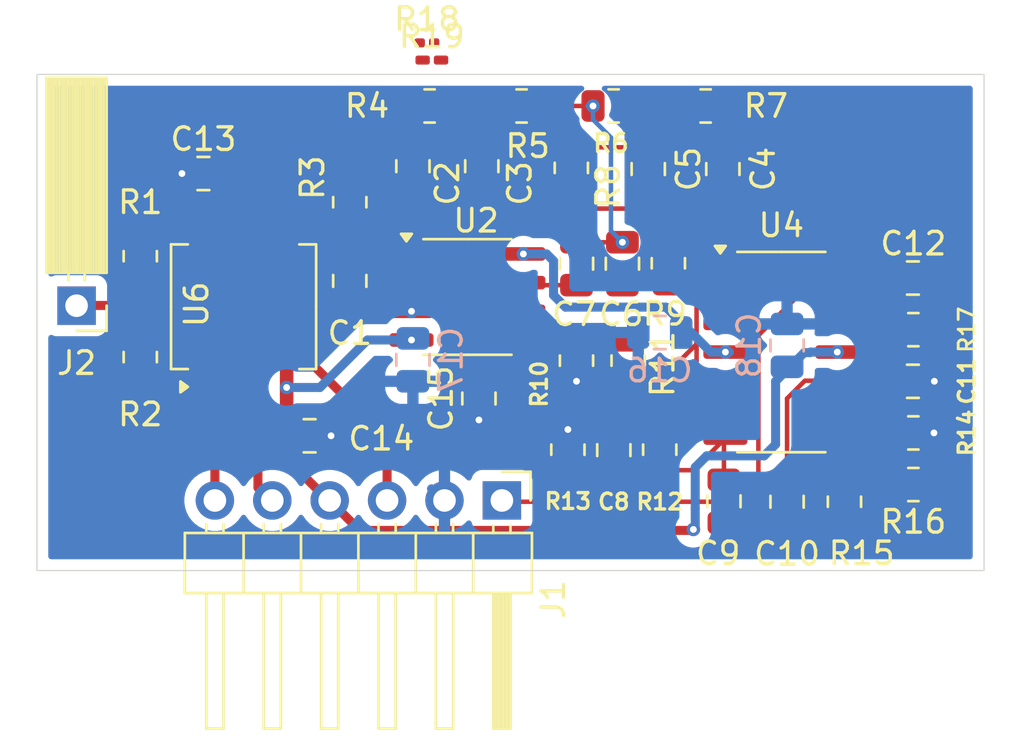
<source format=kicad_pcb>
(kicad_pcb (version 20241229) (generator "pcbnew") (generator_version "9.0")
  (layers (0 "F.Cu" signal) (2 "B.Cu" signal) (13 "F.Paste" user) (15 "B.Paste" user) (5 "F.SilkS" user "F.Silkscreen") (7 "B.SilkS" user "B.Silkscreen") (1 "F.Mask" user) (3 "B.Mask" user) (25 "Edge.Cuts" user))
  (net 0 "")
  (net 1 "Net-(U2A--)")
  (net 2 "Net-(C2-Pad1)")
  (net 3 "/AC_COUPLER_OUT")
  (net 4 "Net-(C6-Pad2)")
  (net 5 "/INA_OUT")
  (net 6 "Net-(C10-Pad1)")
  (net 7 "Net-(U4B--)")
  (net 8 "Net-(U4C-+)")
  (net 9 "Net-(U4D-+)")
  (net 10 "/E_OUT")
  (net 11 "Net-(C12-Pad2)")
  (net 12 "/CM")
  (net 13 "Net-(R2-Pad2)")
  (net 14 "Net-(U2B-+)")
  (net 15 "AGND")
  (net 16 "/50Hz_first_branch")
  (net 17 "/50Hz_second_branch")
  (net 18 "AVDD")
  (net 19 "AVSS")
  (net 20 "/Main_Out")
  (net 21 "/E+")
  (net 22 "/E-")
  (net 23 "/50Hz_Out")
  (net 24 "/HP_Out")
  (net 25 "Net-(R1-Pad2)")
  (net 26 "Net-(R4-Pad1)")
  (net 27 "Net-(R6-Pad1)")
  (net 28 "Net-(R8-Pad2)")
  (footprint "Resistor_SMD:R_0805_2012Metric" (layer "F.Cu") (at 105.537 94.234 180)
    (property "Reference" "R7" (at -2.667 0 0) (layer "F.SilkS"))
    (property "Value" "350")
    (pad "1" smd roundrect (at -0.9125 0 180) (size 1.025 1.4) (layers "F.Cu" "F.Mask" "F.Paste") (roundrect_rratio 0.243902) (net 16 "/50Hz_first_branch"))
    (pad "2" smd roundrect (at 0.9125 0 180) (size 1.025 1.4) (layers "F.Cu" "F.Mask" "F.Paste") (roundrect_rratio 0.243902) (net 27 "Net-(R6-Pad1)"))
  )
  (footprint "Capacitor_SMD:C_0805_2012Metric" (layer "F.Cu") (at 106.346 111.74 -90)
    (property "Reference" "C9" (at 2.306 0.254 180) (layer "F.SilkS"))
    (property "Value" "100n")
    (pad "1" smd roundrect (at -0.95 0 270) (size 1 1.45) (layers "F.Cu" "F.Mask" "F.Paste") (net 20 "/Main_Out"))
    (pad "2" smd roundrect (at 0.95 0 270) (size 1 1.45) (layers "F.Cu" "F.Mask" "F.Paste") (net 6 "Net-(C10-Pad1)"))
  )
  (footprint "Capacitor_SMD:C_0805_2012Metric" (layer "F.Cu") (at 95.504 107.188 90)
    (property "Reference" "C15" (at 0 -1.68 90) (layer "F.SilkS"))
    (property "Value" "1uF")
    (pad "1" smd roundrect (at -0.95 0 90) (size 1 1.45) (layers "F.Cu" "F.Mask" "F.Paste") (net 15 "AGND"))
    (pad "2" smd roundrect (at 0.95 0 90) (size 1 1.45) (layers "F.Cu" "F.Mask" "F.Paste") (net 18 "AVDD"))
  )
  (footprint "Resistor_SMD:R_0805_2012Metric" (layer "F.Cu") (at 114.728 104.14 180)
    (property "Reference" "R17" (at -2.366 0 270) (layer "F.SilkS") (effects (font (size 0.7 0.7) (thickness 0.125))))
    (property "Value" "10k")
    (pad "1" smd roundrect (at -0.9125 0 180) (size 1.025 1.4) (layers "F.Cu" "F.Mask" "F.Paste") (roundrect_rratio 0.243902) (net 11 "Net-(C12-Pad2)"))
    (pad "2" smd roundrect (at 0.9125 0 180) (size 1.025 1.4) (layers "F.Cu" "F.Mask" "F.Paste") (roundrect_rratio 0.243902) (net 9 "Net-(U4D-+)"))
  )
  (footprint "Connector_PinHeader_2.54mm:PinHeader_1x06_P2.54mm_Horizontal" (layer "F.Cu") (at 96.52 111.703 -90)
    (property "Reference" "J1" (at 4.385 -2.27 90) (layer "F.SilkS"))
    (property "Value" "Conn_01x06_Pin")
    (pad "1" thru_hole rect (at 0 0 270) (size 1.7 1.7) (drill 1) (layers "*.Cu" "*.Mask") (net 10 "/E_OUT"))
    (pad "2" thru_hole oval (at 0 2.54 270) (size 1.7 1.7) (drill 1) (layers "*.Cu" "*.Mask") (net 15 "AGND"))
    (pad "3" thru_hole oval (at 0 5.08 270) (size 1.7 1.7) (drill 1) (layers "*.Cu" "*.Mask") (net 18 "AVDD"))
    (pad "4" thru_hole oval (at 0 7.62 270) (size 1.7 1.7) (drill 1) (layers "*.Cu" "*.Mask") (net 19 "AVSS"))
    (pad "5" thru_hole oval (at 0 10.16 270) (size 1.7 1.7) (drill 1) (layers "*.Cu" "*.Mask") (net 21 "/E+"))
    (pad "6" thru_hole oval (at 0 12.7 270) (size 1.7 1.7) (drill 1) (layers "*.Cu" "*.Mask") (net 22 "/E-"))
  )
  (footprint "Resistor_SMD:R_0805_2012Metric" (layer "F.Cu") (at 103.505 109.454 -90)
    (property "Reference" "R12" (at 2.3095 0 180) (layer "F.SilkS") (effects (font (size 0.7 0.7))))
    (property "Value" "100k")
    (pad "1" smd roundrect (at -0.9125 0 270) (size 1.025 1.4) (layers "F.Cu" "F.Mask" "F.Paste") (roundrect_rratio 0.243902) (net 7 "Net-(U4B--)"))
    (pad "2" smd roundrect (at 0.9125 0 270) (size 1.025 1.4) (layers "F.Cu" "F.Mask" "F.Paste") (roundrect_rratio 0.243902) (net 20 "/Main_Out"))
  )
  (footprint "Resistor_SMD:R_0805_2012Metric" (layer "F.Cu") (at 103.886 101.199 -90)
    (property "Reference" "R9" (at 2.2352 0.1524 180) (layer "F.SilkS"))
    (property "Value" "6.7k")
    (pad "1" smd roundrect (at -0.9125 0 270) (size 1.025 1.4) (layers "F.Cu" "F.Mask" "F.Paste") (roundrect_rratio 0.243902) (net 28 "Net-(R8-Pad2)"))
    (pad "2" smd roundrect (at 0.9125 0 270) (size 1.025 1.4) (layers "F.Cu" "F.Mask" "F.Paste") (roundrect_rratio 0.243902) (net 17 "/50Hz_second_branch"))
  )
  (footprint "Package_SO:SOIC-8_5.3x6.2mm_P1.27mm" (layer "F.Cu") (at 85.09 103.124 90)
    (property "Reference" "U6" (at 0.1068 -2.0828 90) (layer "F.SilkS"))
    (property "Value" "INA128")
    (pad "1" smd roundrect (at -3.5 -1.905 90) (size 1.9 0.6) (layers "F.Cu" "F.Mask" "F.Paste") (net 13 "Net-(R2-Pad2)"))
    (pad "2" smd roundrect (at -3.5 -0.635 90) (size 1.9 0.6) (layers "F.Cu" "F.Mask" "F.Paste") (net 22 "/E-"))
    (pad "3" smd roundrect (at -3.5 0.635 90) (size 1.9 0.6) (layers "F.Cu" "F.Mask" "F.Paste") (net 21 "/E+"))
    (pad "4" smd roundrect (at -3.5 1.905 90) (size 1.9 0.6) (layers "F.Cu" "F.Mask" "F.Paste") (net 19 "AVSS"))
    (pad "5" smd roundrect (at 3.5 1.905 90) (size 1.9 0.6) (layers "F.Cu" "F.Mask" "F.Paste") (net 3 "/AC_COUPLER_OUT"))
    (pad "6" smd roundrect (at 3.5 0.635 90) (size 1.9 0.6) (layers "F.Cu" "F.Mask" "F.Paste") (net 5 "/INA_OUT"))
    (pad "7" smd roundrect (at 3.5 -0.635 90) (size 1.9 0.6) (layers "F.Cu" "F.Mask" "F.Paste") (net 18 "AVDD"))
    (pad "8" smd roundrect (at 3.5 -1.905 90) (size 1.9 0.6) (layers "F.Cu" "F.Mask" "F.Paste") (net 25 "Net-(R1-Pad2)"))
  )
  (footprint "Resistor_SMD:R_0805_2012Metric" (layer "F.Cu") (at 102.108 105.5097 90)
    (property "Reference" "R11" (at -0.1543 1.524 270) (layer "F.SilkS"))
    (property "Value" "1k")
    (pad "1" smd roundrect (at -0.9125 0 90) (size 1.025 1.4) (layers "F.Cu" "F.Mask" "F.Paste") (roundrect_rratio 0.243902) (net 23 "/50Hz_Out"))
    (pad "2" smd roundrect (at 0.9125 0 90) (size 1.025 1.4) (layers "F.Cu" "F.Mask" "F.Paste") (roundrect_rratio 0.243902) (net 14 "Net-(U2B-+)"))
  )
  (footprint "Capacitor_SMD:C_0805_2012Metric" (layer "F.Cu") (at 102.997 97.028 90)
    (property "Reference" "C5" (at 0 1.778 90) (layer "F.SilkS"))
    (property "Value" "1pF")
    (pad "1" smd roundrect (at -0.95 0 90) (size 1 1.45) (layers "F.Cu" "F.Mask" "F.Paste") (net 16 "/50Hz_first_branch"))
    (pad "2" smd roundrect (at 0.95 0 90) (size 1 1.45) (layers "F.Cu" "F.Mask" "F.Paste") (net 2 "Net-(C2-Pad1)"))
  )
  (footprint "Resistor_SMD:R_0805_2012Metric" (layer "F.Cu") (at 89.789 98.496 90)
    (property "Reference" "R3" (at 1.087 -1.651 90) (layer "F.SilkS"))
    (property "Value" "500k")
    (pad "1" smd roundrect (at -0.9125 0 90) (size 1.025 1.4) (layers "F.Cu" "F.Mask" "F.Paste") (roundrect_rratio 0.243902) (net 1 "Net-(U2A--)"))
    (pad "2" smd roundrect (at 0.9125 0 90) (size 1.025 1.4) (layers "F.Cu" "F.Mask" "F.Paste") (roundrect_rratio 0.243902) (net 5 "/INA_OUT"))
  )
  (footprint "Resistor_SMD:R_0805_2012Metric" (layer "F.Cu") (at 97.393333 94.234 180)
    (property "Reference" "R5" (at -0.269667 -1.778 0) (layer "F.SilkS"))
    (property "Value" "350")
    (pad "1" smd roundrect (at -0.9125 0 180) (size 1.025 1.4) (layers "F.Cu" "F.Mask" "F.Paste") (roundrect_rratio 0.243902) (net 4 "Net-(C6-Pad2)"))
    (pad "2" smd roundrect (at 0.9125 0 180) (size 1.025 1.4) (layers "F.Cu" "F.Mask" "F.Paste") (roundrect_rratio 0.243902) (net 26 "Net-(R4-Pad1)"))
  )
  (footprint "Resistor_SMD:R_0805_2012Metric" (layer "F.Cu") (at 93.3215 94.234 180)
    (property "Reference" "R4" (at 2.7705 0 0) (layer "F.SilkS"))
    (property "Value" "30k")
    (pad "1" smd roundrect (at -0.9125 0 180) (size 1.025 1.4) (layers "F.Cu" "F.Mask" "F.Paste") (roundrect_rratio 0.243902) (net 26 "Net-(R4-Pad1)"))
    (pad "2" smd roundrect (at 0.9125 0 180) (size 1.025 1.4) (layers "F.Cu" "F.Mask" "F.Paste") (roundrect_rratio 0.243902) (net 5 "/INA_OUT"))
  )
  (footprint "Resistor_SMD:R_0805_2012Metric" (layer "F.Cu") (at 80.518 100.8855 90)
    (property "Reference" "R1" (at 2.3895 0 180) (layer "F.SilkS"))
    (property "Value" "4k")
    (pad "1" smd roundrect (at -0.9125 0 90) (size 1.025 1.4) (layers "F.Cu" "F.Mask" "F.Paste") (roundrect_rratio 0.243902) (net 12 "/CM"))
    (pad "2" smd roundrect (at 0.9125 0 90) (size 1.025 1.4) (layers "F.Cu" "F.Mask" "F.Paste") (roundrect_rratio 0.243902) (net 25 "Net-(R1-Pad2)"))
  )
  (footprint "Resistor_SMD:R_0201_0603Metric" (layer "F.Cu") (at 93.203564 91.44)
    (property "Reference" "R18" (at 0 -1.05 0) (layer "F.SilkS"))
    (property "Value" "R")
    (pad "1" smd roundrect (at -0.32 0) (size 0.46 0.4) (layers "F.Cu" "F.Mask"))
    (pad "2" smd roundrect (at 0.32 0) (size 0.46 0.4) (layers "F.Cu" "F.Mask"))
  )
  (footprint "Capacitor_SMD:C_0805_2012Metric" (layer "F.Cu") (at 109.14 111.76 90)
    (property "Reference" "C10" (at -2.306 0 180) (layer "F.SilkS"))
    (property "Value" "100n")
    (pad "1" smd roundrect (at -0.95 0 90) (size 1 1.45) (layers "F.Cu" "F.Mask" "F.Paste") (net 6 "Net-(C10-Pad1)"))
    (pad "2" smd roundrect (at 0.95 0 90) (size 1 1.45) (layers "F.Cu" "F.Mask" "F.Paste") (net 8 "Net-(U4C-+)"))
  )
  (footprint "Resistor_SMD:R_0805_2012Metric" (layer "F.Cu") (at 111.68 111.76 90)
    (property "Reference" "R15" (at -2.286 0.762 180) (layer "F.SilkS"))
    (property "Value" "4.7M")
    (pad "1" smd roundrect (at -0.9125 0 90) (size 1.025 1.4) (layers "F.Cu" "F.Mask" "F.Paste") (roundrect_rratio 0.243902) (net 6 "Net-(C10-Pad1)"))
    (pad "2" smd roundrect (at 0.9125 0 90) (size 1.025 1.4) (layers "F.Cu" "F.Mask" "F.Paste") (roundrect_rratio 0.243902) (net 24 "/HP_Out"))
  )
  (footprint "Capacitor_SMD:C_0805_2012Metric" (layer "F.Cu") (at 114.708 101.854)
    (property "Reference" "C12" (at 0.02 -1.524 0) (layer "F.SilkS"))
    (property "Value" "100n")
    (pad "1" smd roundrect (at -0.95 0) (size 1 1.45) (layers "F.Cu" "F.Mask" "F.Paste") (net 10 "/E_OUT"))
    (pad "2" smd roundrect (at 0.95 0) (size 1 1.45) (layers "F.Cu" "F.Mask" "F.Paste") (net 11 "Net-(C12-Pad2)"))
  )
  (footprint "Resistor_SMD:R_0805_2012Metric" (layer "F.Cu") (at 99.822 105.5116 -90)
    (property "Reference" "R10" (at 1.0414 1.651 270) (layer "F.SilkS") (effects (font (size 0.7 0.7))))
    (property "Value" "10k")
    (pad "1" smd roundrect (at -0.9125 0 270) (size 1.025 1.4) (layers "F.Cu" "F.Mask" "F.Paste") (roundrect_rratio 0.243902) (net 14 "Net-(U2B-+)"))
    (pad "2" smd roundrect (at 0.9125 0 270) (size 1.025 1.4) (layers "F.Cu" "F.Mask" "F.Paste") (roundrect_rratio 0.243902) (net 15 "AGND"))
  )
  (footprint "Capacitor_SMD:C_0805_2012Metric" (layer "F.Cu") (at 89.789 101.981 -90)
    (property "Reference" "C1" (at 2.3104 0 180) (layer "F.SilkS"))
    (property "Value" "470nF")
    (pad "1" smd roundrect (at -0.95 0 270) (size 1 1.45) (layers "F.Cu" "F.Mask" "F.Paste") (net 3 "/AC_COUPLER_OUT"))
    (pad "2" smd roundrect (at 0.95 0 270) (size 1 1.45) (layers "F.Cu" "F.Mask" "F.Paste") (net 1 "Net-(U2A--)"))
  )
  (footprint "Resistor_SMD:R_0805_2012Metric" (layer "F.Cu") (at 80.518 105.354 -90)
    (property "Reference" "R2" (at 2.54 0 180) (layer "F.SilkS"))
    (property "Value" "4k")
    (pad "1" smd roundrect (at -0.9125 0 270) (size 1.025 1.4) (layers "F.Cu" "F.Mask" "F.Paste") (roundrect_rratio 0.243902) (net 12 "/CM"))
    (pad "2" smd roundrect (at 0.9125 0 270) (size 1.025 1.4) (layers "F.Cu" "F.Mask" "F.Paste") (roundrect_rratio 0.243902) (net 13 "Net-(R2-Pad2)"))
  )
  (footprint "Capacitor_SMD:C_0805_2012Metric" (layer "F.Cu") (at 95.631 96.901 -90)
    (property "Reference" "C3" (at 0.762 -1.68 90) (layer "F.SilkS"))
    (property "Value" "100nF")
    (pad "1" smd roundrect (at -0.95 0 270) (size 1 1.45) (layers "F.Cu" "F.Mask" "F.Paste") (net 2 "Net-(C2-Pad1)"))
    (pad "2" smd roundrect (at 0.95 0 270) (size 1 1.45) (layers "F.Cu" "F.Mask" "F.Paste") (net 5 "/INA_OUT"))
  )
  (footprint "Capacitor_SMD:C_0805_2012Metric" (layer "F.Cu") (at 83.312 97.226)
    (property "Reference" "C13" (at 0 -1.524 0) (layer "F.SilkS"))
    (property "Value" "1uF")
    (pad "1" smd roundrect (at -0.95 0) (size 1 1.45) (layers "F.Cu" "F.Mask" "F.Paste") (net 15 "AGND"))
    (pad "2" smd roundrect (at 0.95 0) (size 1 1.45) (layers "F.Cu" "F.Mask" "F.Paste") (net 18 "AVDD"))
  )
  (footprint "Capacitor_SMD:C_0805_2012Metric" (layer "F.Cu") (at 114.708 106.426)
    (property "Reference" "C11" (at 2.386 0 90) (layer "F.SilkS") (effects (font (size 0.7 0.7))))
    (property "Value" "100n")
    (pad "1" smd roundrect (at -0.95 0) (size 1 1.45) (layers "F.Cu" "F.Mask" "F.Paste") (net 9 "Net-(U4D-+)"))
    (pad "2" smd roundrect (at 0.95 0) (size 1 1.45) (layers "F.Cu" "F.Mask" "F.Paste") (net 15 "AGND"))
  )
  (footprint "Resistor_SMD:R_0201_0603Metric_Pad0.64x0.40mm_HandSolder" (layer "F.Cu") (at 93.4205 92.202)
    (property "Reference" "R19" (at 0 -1.05 0) (layer "F.SilkS"))
    (property "Value" "R")
    (pad "1" smd roundrect (at -0.4075 0) (size 0.635 0.4) (layers "F.Cu" "F.Mask"))
    (pad "2" smd roundrect (at 0.4075 0) (size 0.635 0.4) (layers "F.Cu" "F.Mask"))
  )
  (footprint "Capacitor_SMD:C_0805_2012Metric" (layer "F.Cu") (at 92.583 96.901 -90)
    (property "Reference" "C2" (at 0.762 -1.524 90) (layer "F.SilkS"))
    (property "Value" "1pF")
    (pad "1" smd roundrect (at -0.95 0 270) (size 1 1.45) (layers "F.Cu" "F.Mask" "F.Paste") (net 2 "Net-(C2-Pad1)"))
    (pad "2" smd roundrect (at 0.95 0 270) (size 1 1.45) (layers "F.Cu" "F.Mask" "F.Paste") (net 5 "/INA_OUT"))
  )
  (footprint "Capacitor_SMD:C_0805_2012Metric" (layer "F.Cu") (at 101.854 101.219 90)
    (property "Reference" "C6" (at -2.2352 -0.0508 0) (layer "F.SilkS"))
    (property "Value" "220nF")
    (pad "1" smd roundrect (at -0.95 0 90) (size 1 1.45) (layers "F.Cu" "F.Mask" "F.Paste") (net 17 "/50Hz_second_branch"))
    (pad "2" smd roundrect (at 0.95 0 90) (size 1 1.45) (layers "F.Cu" "F.Mask" "F.Paste") (net 4 "Net-(C6-Pad2)"))
  )
  (footprint "Capacitor_SMD:C_0805_2012Metric" (layer "F.Cu") (at 101.473 109.474 -90)
    (property "Reference" "C8" (at 2.286 0 180) (layer "F.SilkS") (effects (font (size 0.7 0.7))))
    (property "Value" "10n")
    (pad "1" smd roundrect (at -0.95 0 270) (size 1 1.45) (layers "F.Cu" "F.Mask" "F.Paste") (net 7 "Net-(U4B--)"))
    (pad "2" smd roundrect (at 0.95 0 270) (size 1 1.45) (layers "F.Cu" "F.Mask" "F.Paste") (net 20 "/Main_Out"))
  )
  (footprint "Capacitor_SMD:C_0805_2012Metric" (layer "F.Cu") (at 106.299 97.028 -90)
    (property "Reference" "C4" (at 0 -1.778 90) (layer "F.SilkS"))
    (property "Value" "100nF")
    (pad "1" smd roundrect (at -0.95 0 270) (size 1 1.45) (layers "F.Cu" "F.Mask" "F.Paste") (net 2 "Net-(C2-Pad1)"))
    (pad "2" smd roundrect (at 0.95 0 270) (size 1 1.45) (layers "F.Cu" "F.Mask" "F.Paste") (net 16 "/50Hz_first_branch"))
  )
  (footprint "Package_SO:SOIC-8_3.9x4.9mm_P1.27mm" (layer "F.Cu") (at 94.996 102.6922)
    (property "Reference" "U2" (at 0.381 -3.3782 0) (layer "F.SilkS"))
    (property "Value" "OPA2197")
    (pad "1" smd roundrect (at -2.475 -1.905) (size 1.95 0.6) (layers "F.Cu" "F.Mask" "F.Paste") (net 3 "/AC_COUPLER_OUT"))
    (pad "2" smd roundrect (at -2.475 -0.635) (size 1.95 0.6) (layers "F.Cu" "F.Mask" "F.Paste") (net 1 "Net-(U2A--)"))
    (pad "3" smd roundrect (at -2.475 0.635) (size 1.95 0.6) (layers "F.Cu" "F.Mask" "F.Paste") (net 15 "AGND"))
    (pad "4" smd roundrect (at -2.475 1.905) (size 1.95 0.6) (layers "F.Cu" "F.Mask" "F.Paste") (net 19 "AVSS"))
    (pad "5" smd roundrect (at 2.475 1.905) (size 1.95 0.6) (layers "F.Cu" "F.Mask" "F.Paste") (net 14 "Net-(U2B-+)"))
    (pad "6" smd roundrect (at 2.475 0.635) (size 1.95 0.6) (layers "F.Cu" "F.Mask" "F.Paste") (net 17 "/50Hz_second_branch"))
    (pad "7" smd roundrect (at 2.475 -0.635) (size 1.95 0.6) (layers "F.Cu" "F.Mask" "F.Paste") (net 17 "/50Hz_second_branch"))
    (pad "8" smd roundrect (at 2.475 -1.905) (size 1.95 0.6) (layers "F.Cu" "F.Mask" "F.Paste") (net 18 "AVDD"))
  )
  (footprint "Resistor_SMD:R_0805_2012Metric" (layer "F.Cu") (at 99.441 109.454 90)
    (property "Reference" "R13" (at -2.286 0 180) (layer "F.SilkS") (effects (font (size 0.7 0.7))))
    (property "Value" "2k")
    (pad "1" smd roundrect (at -0.9125 0 90) (size 1.025 1.4) (layers "F.Cu" "F.Mask" "F.Paste") (roundrect_rratio 0.243902) (net 20 "/Main_Out"))
    (pad "2" smd roundrect (at 0.9125 0 90) (size 1.025 1.4) (layers "F.Cu" "F.Mask" "F.Paste") (roundrect_rratio 0.243902) (net 15 "AGND"))
  )
  (footprint "Resistor_SMD:R_0805_2012Metric" (layer "F.Cu") (at 114.728 108.712)
    (property "Reference" "R14" (at 2.366 0 90) (layer "F.SilkS") (effects (font (size 0.7 0.7))))
    (property "Value" "4.7M")
    (pad "1" smd roundrect (at -0.9125 0) (size 1.025 1.4) (layers "F.Cu" "F.Mask" "F.Paste") (roundrect_rratio 0.243902) (net 8 "Net-(U4C-+)"))
    (pad "2" smd roundrect (at 0.9125 0) (size 1.025 1.4) (layers "F.Cu" "F.Mask" "F.Paste") (roundrect_rratio 0.243902) (net 15 "AGND"))
  )
  (footprint "Capacitor_SMD:C_0805_2012Metric" (layer "F.Cu") (at 88.011 108.839 180)
    (property "Reference" "C14" (at -3.175 -0.127 0) (layer "F.SilkS"))
    (property "Value" "1uF")
    (pad "1" smd roundrect (at -0.95 0 180) (size 1 1.45) (layers "F.Cu" "F.Mask" "F.Paste") (net 15 "AGND"))
    (pad "2" smd roundrect (at 0.95 0 180) (size 1 1.45) (layers "F.Cu" "F.Mask" "F.Paste") (net 19 "AVSS"))
  )
  (footprint "Resistor_SMD:R_0805_2012Metric" (layer "F.Cu") (at 101.465167 94.234 180)
    (property "Reference" "R6" (at 0.119167 -1.651 0) (layer "F.SilkS") (effects (font (size 0.8 0.8))))
    (property "Value" "30k")
    (pad "1" smd roundrect (at -0.9125 0 180) (size 1.025 1.4) (layers "F.Cu" "F.Mask" "F.Paste") (roundrect_rratio 0.243902) (net 27 "Net-(R6-Pad1)"))
    (pad "2" smd roundrect (at 0.9125 0 180) (size 1.025 1.4) (layers "F.Cu" "F.Mask" "F.Paste") (roundrect_rratio 0.243902) (net 4 "Net-(C6-Pad2)"))
  )
  (footprint "Resistor_SMD:R_0805_2012Metric" (layer "F.Cu") (at 99.5934 96.9772 -90)
    (property "Reference" "R8" (at 0.8128 -1.6256 90) (layer "F.SilkS"))
    (property "Value" "10k")
    (pad "1" smd roundrect (at -0.9125 0 270) (size 1.025 1.4) (layers "F.Cu" "F.Mask" "F.Paste") (roundrect_rratio 0.243902) (net 2 "Net-(C2-Pad1)"))
    (pad "2" smd roundrect (at 0.9125 0 270) (size 1.025 1.4) (layers "F.Cu" "F.Mask" "F.Paste") (roundrect_rratio 0.243902) (net 28 "Net-(R8-Pad2)"))
  )
  (footprint "Connector_PinSocket_2.54mm:PinSocket_1x01_P2.54mm_Horizontal" (layer "F.Cu") (at 77.699 103.079 -90)
    (property "Reference" "J2" (at 2.54 0 180) (layer "F.SilkS"))
    (property "Value" "Conn_01x01_Socket")
    (pad "1" thru_hole rect (at 0 0 270) (size 1.7 1.7) (drill 1) (layers "*.Cu" "*.Mask") (net 12 "/CM"))
  )
  (footprint "Capacitor_SMD:C_0805_2012Metric" (layer "F.Cu") (at 99.822 101.219 90)
    (property "Reference" "C7" (at -2.2352 -0.1016 180) (layer "F.SilkS"))
    (property "Value" "1pF")
    (pad "1" smd roundrect (at -0.95 0 90) (size 1 1.45) (layers "F.Cu" "F.Mask" "F.Paste") (net 17 "/50Hz_second_branch"))
    (pad "2" smd roundrect (at 0.95 0 90) (size 1 1.45) (layers "F.Cu" "F.Mask" "F.Paste") (net 4 "Net-(C6-Pad2)"))
  )
  (footprint "Resistor_SMD:R_0805_2012Metric" (layer "F.Cu") (at 114.728 110.998)
    (property "Reference" "R16" (at 0 1.651 0) (layer "F.SilkS"))
    (property "Value" "10k")
    (pad "1" smd roundrect (at -0.9125 0) (size 1.025 1.4) (layers "F.Cu" "F.Mask" "F.Paste") (roundrect_rratio 0.243902) (net 24 "/HP_Out"))
    (pad "2" smd roundrect (at 0.9125 0) (size 1.025 1.4) (layers "F.Cu" "F.Mask" "F.Paste") (roundrect_rratio 0.243902) (net 11 "Net-(C12-Pad2)"))
  )
  (footprint "Package_SO:SOIC-14_3.9x8.7mm_P1.27mm" (layer "F.Cu") (at 108.886 105.1319)
    (property "Reference" "U4" (at 0 -5.6129 0) (layer "F.SilkS"))
    (property "Value" "OPA4197xD")
    (pad "1" smd roundrect (at -2.475 -3.81) (size 1.95 0.6) (layers "F.Cu" "F.Mask" "F.Paste") (net 23 "/50Hz_Out"))
    (pad "2" smd roundrect (at -2.475 -2.54) (size 1.95 0.6) (layers "F.Cu" "F.Mask" "F.Paste") (net 23 "/50Hz_Out"))
    (pad "3" smd roundrect (at -2.475 -1.27) (size 1.95 0.6) (layers "F.Cu" "F.Mask" "F.Paste") (net 16 "/50Hz_first_branch"))
    (pad "4" smd roundrect (at -2.475 0) (size 1.95 0.6) (layers "F.Cu" "F.Mask" "F.Paste") (net 18 "AVDD"))
    (pad "5" smd roundrect (at -2.475 1.27) (size 1.95 0.6) (layers "F.Cu" "F.Mask" "F.Paste") (net 23 "/50Hz_Out"))
    (pad "6" smd roundrect (at -2.475 2.54) (size 1.95 0.6) (layers "F.Cu" "F.Mask" "F.Paste") (net 7 "Net-(U4B--)"))
    (pad "7" smd roundrect (at -2.475 3.81) (size 1.95 0.6) (layers "F.Cu" "F.Mask" "F.Paste") (net 20 "/Main_Out"))
    (pad "8" smd roundrect (at 2.475 3.81) (size 1.95 0.6) (layers "F.Cu" "F.Mask" "F.Paste") (net 24 "/HP_Out"))
    (pad "9" smd roundrect (at 2.475 2.54) (size 1.95 0.6) (layers "F.Cu" "F.Mask" "F.Paste") (net 24 "/HP_Out"))
    (pad "10" smd roundrect (at 2.475 1.27) (size 1.95 0.6) (layers "F.Cu" "F.Mask" "F.Paste") (net 8 "Net-(U4C-+)"))
    (pad "11" smd roundrect (at 2.475 0) (size 1.95 0.6) (layers "F.Cu" "F.Mask" "F.Paste") (net 19 "AVSS"))
    (pad "12" smd roundrect (at 2.475 -1.27) (size 1.95 0.6) (layers "F.Cu" "F.Mask" "F.Paste") (net 9 "Net-(U4D-+)"))
    (pad "13" smd roundrect (at 2.475 -2.54) (size 1.95 0.6) (layers "F.Cu" "F.Mask" "F.Paste") (net 10 "/E_OUT"))
    (pad "14" smd roundrect (at 2.475 -3.81) (size 1.95 0.6) (layers "F.Cu" "F.Mask" "F.Paste") (net 10 "/E_OUT"))
  )
  (footprint "Capacitor_SMD:C_0805_2012Metric" (layer "B.Cu") (at 109.14 104.836 -90)
    (property "Reference" "C18" (at 0 1.68 90) (layer "B.SilkS") (effects (justify mirror)))
    (property "Value" "1uF")
    (pad "1" smd roundrect (at -0.95 0 270) (size 1 1.45) (layers "B.Cu" "B.Mask" "B.Paste") (net 15 "AGND"))
    (pad "2" smd roundrect (at 0.95 0 270) (size 1 1.45) (layers "B.Cu" "B.Mask" "B.Paste") (net 19 "AVSS"))
  )
  (footprint "Capacitor_SMD:C_0805_2012Metric" (layer "B.Cu") (at 92.583 105.476 90)
    (property "Reference" "C17" (at 0 1.68 90) (layer "B.SilkS") (effects (justify mirror)))
    (property "Value" "1uF")
    (pad "1" smd roundrect (at -0.95 0 90) (size 1 1.45) (layers "B.Cu" "B.Mask" "B.Paste") (net 15 "AGND"))
    (pad "2" smd roundrect (at 0.95 0 90) (size 1 1.45) (layers "B.Cu" "B.Mask" "B.Paste") (net 19 "AVSS"))
  )
  (footprint "Capacitor_SMD:C_0805_2012Metric" (layer "B.Cu") (at 103.505 104.267)
    (property "Reference" "C16" (at 0 1.68 0) (layer "B.SilkS") (effects (justify mirror)))
    (property "Value" "1uF")
    (pad "1" smd roundrect (at -0.95 0) (size 1 1.45) (layers "B.Cu" "B.Mask" "B.Paste") (net 15 "AGND"))
    (pad "2" smd roundrect (at 0.95 0) (size 1 1.45) (layers "B.Cu" "B.Mask" "B.Paste") (net 18 "AVDD"))
  )
  (gr_rect (start 75.946 92.837) (end 117.856 114.808) (stroke (width 0.05)) (fill no) (layer "Edge.Cuts"))
  (segment (start 92.521 102.0572) (end 90.6628 102.0572) (width 0.2) (layer "F.Cu") (net 1))
  (segment (start 90.6628 102.0572) (end 89.789 102.931) (width 0.2) (layer "F.Cu") (net 1))
  (segment (start 93.7768 102.0572) (end 92.521 102.0572) (width 0.2) (layer "F.Cu") (net 1))
  (segment (start 94.234 101.6) (end 93.7768 102.0572) (width 0.2) (layer "F.Cu") (net 1))
  (segment (start 89.789 99.4085) (end 93.5665 99.4085) (width 0.2) (layer "F.Cu") (net 1))
  (segment (start 94.234 100.076) (end 94.234 101.6) (width 0.2) (layer "F.Cu") (net 1))
  (segment (start 93.5665 99.4085) (end 94.234 100.076) (width 0.2) (layer "F.Cu") (net 1))
  (segment (start 102.9395 96.0647) (end 102.997 96.0072) (width 0.2) (layer "F.Cu") (net 2))
  (segment (start 99.4797 95.951) (end 99.5934 96.0647) (width 0.2) (layer "F.Cu") (net 2))
  (segment (start 95.4738 96.139) (end 95.3516 96.2612) (width 0.2) (layer "F.Cu") (net 2))
  (segment (start 102.9837 96.0647) (end 102.997 96.078) (width 0.2) (layer "F.Cu") (net 2))
  (segment (start 99.5934 96.0647) (end 102.9837 96.0647) (width 0.2) (layer "F.Cu") (net 2))
  (segment (start 92.583 95.951) (end 95.377 95.951) (width 0.2) (layer "F.Cu") (net 2))
  (segment (start 95.631 95.951) (end 99.4797 95.951) (width 0.2) (layer "F.Cu") (net 2))
  (segment (start 106.299 96.078) (end 102.997 96.078) (width 0.2) (layer "F.Cu") (net 2))
  (segment (start 89.789 101.031) (end 92.2772 101.031) (width 0.2) (layer "F.Cu") (net 3))
  (segment (start 92.2772 101.031) (end 92.521 100.7872) (width 0.2) (layer "F.Cu") (net 3))
  (segment (start 86.995 99.624) (end 88.402 101.031) (width 0.2) (layer "F.Cu") (net 3))
  (segment (start 86.995 99.624) (end 86.995 98.8008) (width 0.2) (layer "F.Cu") (net 3))
  (segment (start 88.402 101.031) (end 89.789 101.031) (width 0.2) (layer "F.Cu") (net 3))
  (segment (start 98.305833 94.234) (end 100.552667 94.234) (width 0.2) (layer "F.Cu") (net 4))
  (segment (start 99.822 100.269) (end 101.854 100.269) (width 0.2) (layer "F.Cu") (net 4))
  (via (at 100.552667 94.234) (size 0.6) (drill 0.3) (layers "F.Cu" "B.Cu") (net 4))
  (via (at 101.854 100.269) (size 0.6) (drill 0.3) (layers "F.Cu" "B.Cu") (net 4))
  (segment (start 101.346 99.761) (end 101.854 100.269) (width 0.2) (layer "B.Cu") (net 4))
  (segment (start 101.346 95.631) (end 101.346 99.761) (width 0.2) (layer "B.Cu") (net 4))
  (segment (start 100.552667 94.837667) (end 101.346 95.631) (width 0.2) (layer "B.Cu") (net 4))
  (segment (start 100.552667 94.234) (end 100.3065 94.234) (width 0.2) (layer "B.Cu") (net 4))
  (segment (start 100.552667 94.234) (end 100.552667 94.837667) (width 0.2) (layer "B.Cu") (net 4))
  (segment (start 89.789 97.5835) (end 89.789 96.854) (width 0.2) (layer "F.Cu") (net 5))
  (segment (start 92.0515 94.234) (end 92.409 94.234) (width 0.2) (layer "F.Cu") (net 5))
  (segment (start 90.0565 97.851) (end 95.377 97.851) (width 0.2) (layer "F.Cu") (net 5))
  (segment (start 85.725 98.674001) (end 86.815501 97.5835) (width 0.2) (layer "F.Cu") (net 5))
  (segment (start 89.789 96.854) (end 92.409 94.234) (width 0.2) (layer "F.Cu") (net 5))
  (segment (start 86.815501 97.5835) (end 89.916 97.5835) (width 0.2) (layer "F.Cu") (net 5))
  (segment (start 85.725 99.624) (end 85.725 98.674001) (width 0.2) (layer "F.Cu") (net 5))
  (segment (start 95.377 97.851) (end 95.443 97.917) (width 0.2) (layer "F.Cu") (net 5))
  (segment (start 95.443 97.917) (end 95.885 97.917) (width 0.2) (layer "F.Cu") (net 5))
  (segment (start 89.789 97.5835) (end 90.0565 97.851) (width 0.2) (layer "F.Cu") (net 5))
  (segment (start 108.9035 112.6725) (end 108.886 112.69) (width 0.2) (layer "F.Cu") (net 6))
  (segment (start 108.886 112.69) (end 106.346 112.69) (width 0.2) (layer "F.Cu") (net 6))
  (segment (start 111.68 112.6725) (end 108.9035 112.6725) (width 0.2) (layer "F.Cu") (net 6))
  (segment (start 106.411 107.6719) (end 105.5141 107.6719) (width 0.2) (layer "F.Cu") (net 7))
  (segment (start 102.1655 108.538) (end 102.108 108.4805) (width 0.2) (layer "F.Cu") (net 7))
  (segment (start 104.648 108.538) (end 102.1655 108.538) (width 0.2) (layer "F.Cu") (net 7))
  (segment (start 105.5141 107.6719) (end 104.648 108.538) (width 0.2) (layer "F.Cu") (net 7))
  (segment (start 113.8155 108.712) (end 113.458 108.712) (width 0.2) (layer "F.Cu") (net 8))
  (segment (start 109.14 110.81) (end 109.14 107.188) (width 0.2) (layer "F.Cu") (net 8))
  (segment (start 109.9261 106.4019) (end 111.361 106.4019) (width 0.2) (layer "F.Cu") (net 8))
  (segment (start 113.458 108.712) (end 112.696 107.95) (width 0.2) (layer "F.Cu") (net 8))
  (segment (start 109.14 107.188) (end 109.9261 106.4019) (width 0.2) (layer "F.Cu") (net 8))
  (segment (start 112.696 107.95) (end 112.696 106.761901) (width 0.2) (layer "F.Cu") (net 8))
  (segment (start 112.696 106.761901) (end 112.335999 106.4019) (width 0.2) (layer "F.Cu") (net 8))
  (segment (start 112.335999 106.4019) (end 111.361 106.4019) (width 0.2) (layer "F.Cu") (net 8))
  (segment (start 111.3839 103.839) (end 111.361 103.8619) (width 0.2) (layer "F.Cu") (net 9))
  (segment (start 113.8155 104.14) (end 112.9741 104.14) (width 0.2) (layer "F.Cu") (net 9))
  (segment (start 112.9741 104.14) (end 112.696 103.8619) (width 0.2) (layer "F.Cu") (net 9))
  (segment (start 112.696 103.8619) (end 111.361 103.8619) (width 0.2) (layer "F.Cu") (net 9))
  (segment (start 113.758 106.426) (end 113.758 104.1975) (width 0.2) (layer "F.Cu") (net 9))
  (segment (start 113.758 104.1975) (end 113.8155 104.14) (width 0.2) (layer "F.Cu") (net 9))
  (segment (start 110.41 101.854) (end 107.87 104.394) (width 0.2) (layer "F.Cu") (net 10))
  (segment (start 96.577 111.76) (end 96.52 111.703) (width 0.2) (layer "F.Cu") (net 10))
  (segment (start 111.426 101.854) (end 113.758 101.854) (width 0.2) (layer "F.Cu") (net 10))
  (segment (start 111.361 101.854) (end 113.778 101.854) (width 0.2) (layer "F.Cu") (net 10))
  (segment (start 111.361 101.854) (end 111.361 101.3219) (width 0.2) (layer "F.Cu") (net 10))
  (segment (start 111.361 102.5919) (end 111.361 101.854) (width 0.2) (layer "F.Cu") (net 10))
  (segment (start 107.87 109.531) (end 107.87 110.998) (width 0.2) (layer "F.Cu") (net 10))
  (segment (start 111.361 101.854) (end 110.41 101.854) (width 0.2) (layer "F.Cu") (net 10))
  (segment (start 107.108 111.76) (end 96.577 111.76) (width 0.2) (layer "F.Cu") (net 10))
  (segment (start 111.361 102.5919) (end 110.9421 102.5919) (width 0.2) (layer "F.Cu") (net 10))
  (segment (start 107.87 104.394) (end 107.87 109.474) (width 0.2) (layer "F.Cu") (net 10))
  (segment (start 107.87 110.998) (end 107.108 111.76) (width 0.2) (layer "F.Cu") (net 10))
  (segment (start 115.6405 104.14) (end 115.6405 101.8715) (width 0.2) (layer "F.Cu") (net 11))
  (segment (start 116.76 110.49) (end 116.252 110.998) (width 0.2) (layer "F.Cu") (net 11))
  (segment (start 116.252 110.998) (end 115.6405 110.998) (width 0.2) (layer "F.Cu") (net 11))
  (segment (start 116.76 104.648) (end 116.76 110.49) (width 0.2) (layer "F.Cu") (net 11))
  (segment (start 115.6405 104.14) (end 116.252 104.14) (width 0.2) (layer "F.Cu") (net 11))
  (segment (start 116.252 104.14) (end 116.76 104.648) (width 0.2) (layer "F.Cu") (net 11))
  (segment (start 115.6405 101.8715) (end 115.658 101.854) (width 0.2) (layer "F.Cu") (net 11))
  (segment (start 80.518 103.068) (end 80.518 101.798) (width 0.4) (layer "F.Cu") (net 12))
  (segment (start 80.518 104.4415) (end 80.518 103.068) (width 0.4) (layer "F.Cu") (net 12))
  (segment (start 77.724 103.068) (end 77.699 103.093) (width 0.4) (layer "F.Cu") (net 12))
  (segment (start 80.518 103.068) (end 77.724 103.068) (width 0.4) (layer "F.Cu") (net 12))
  (segment (start 82.8275 106.2665) (end 80.518 106.2665) (width 0.4) (layer "F.Cu") (net 13))
  (segment (start 83.185 106.624) (end 82.8275 106.2665) (width 0.2) (layer "F.Cu") (net 13))
  (segment (start 97.471 104.5972) (end 99.6931 104.5972) (width 0.2) (layer "F.Cu") (net 14))
  (segment (start 99.695 104.5991) (end 102.2331 104.5991) (width 0.2) (layer "F.Cu") (net 14))
  (segment (start 102.2331 104.5991) (end 102.235 104.5972) (width 0.2) (layer "F.Cu") (net 14))
  (segment (start 99.1889 104.5972) (end 99.187 104.5991) (width 0.2) (layer "F.Cu") (net 14))
  (segment (start 97.8651 104.5991) (end 97.8632 104.5972) (width 0.2) (layer "F.Cu") (net 14))
  (segment (start 99.6931 104.5972) (end 99.695 104.5991) (width 0.2) (layer "F.Cu") (net 14))
  (via (at 88.961 108.839) (size 0.6) (drill 0.3) (layers "F.Cu" "B.Cu") (net 15))
  (via (at 92.521 103.3272) (size 0.6) (drill 0.3) (layers "F.Cu" "B.Cu") (net 15))
  (via (at 99.441 108.5615) (size 0.6) (drill 0.3) (layers "F.Cu" "B.Cu") (net 15))
  (via (at 95.504 108.138) (size 0.6) (drill 0.3) (layers "F.Cu" "B.Cu") (net 15))
  (via (at 99.822 106.4241) (size 0.6) (drill 0.3) (layers "F.Cu" "B.Cu") (net 15))
  (via (at 115.6405 108.712) (size 0.6) (drill 0.3) (layers "F.Cu" "B.Cu") (net 15))
  (via (at 115.658 106.426) (size 0.6) (drill 0.3) (layers "F.Cu" "B.Cu") (net 15))
  (via (at 82.362 97.226) (size 0.6) (drill 0.3) (layers "F.Cu" "B.Cu") (net 15))
  (segment (start 93.98 111.76) (end 93.406 111.186) (width 0.4) (layer "B.Cu") (net 15))
  (segment (start 99.822 106.4241) (end 99.695 106.4241) (width 0.4) (layer "B.Cu") (net 15))
  (segment (start 99.695 106.4241) (end 99.6931 106.426) (width 0.4) (layer "B.Cu") (net 15))
  (segment (start 106.299 97.978) (end 107.325 96.952) (width 0.2) (layer "F.Cu") (net 16))
  (segment (start 107.325 96.952) (end 107.325 95.1095) (width 0.2) (layer "F.Cu") (net 16))
  (segment (start 107.823 103.171) (end 107.823 99.502) (width 0.2) (layer "F.Cu") (net 16))
  (segment (start 102.997 97.978) (end 106.299 97.978) (width 0.2) (layer "F.Cu") (net 16))
  (segment (start 107.1321 103.8619) (end 107.823 103.171) (width 0.2) (layer "F.Cu") (net 16))
  (segment (start 107.325 95.1095) (end 106.4495 94.234) (width 0.2) (layer "F.Cu") (net 16))
  (segment (start 106.411 103.8619) (end 107.1321 103.8619) (width 0.2) (layer "F.Cu") (net 16))
  (segment (start 105.9942 97.9072) (end 105.9942 97.6376) (width 0.2) (layer "F.Cu") (net 16))
  (segment (start 107.823 99.502) (end 106.299 97.978) (width 0.2) (layer "F.Cu") (net 16))
  (segment (start 101.341 102.0776) (end 101.3206 102.0572) (width 0.2) (layer "F.Cu") (net 17))
  (segment (start 103.886 102.0553) (end 101.9677 102.0553) (width 0.2) (layer "F.Cu") (net 17))
  (segment (start 97.5828 102.169) (end 97.471 102.0572) (width 0.2) (layer "F.Cu") (net 17))
  (segment (start 99.822 102.169) (end 97.5828 102.169) (width 0.2) (layer "F.Cu") (net 17))
  (segment (start 101.9677 102.0553) (end 101.854 102.169) (width 0.2) (layer "F.Cu") (net 17))
  (segment (start 102.3233 102.3093) (end 102.2858 102.3468) (width 0.2) (layer "F.Cu") (net 17))
  (segment (start 99.822 102.169) (end 101.854 102.169) (width 0.2) (layer "F.Cu") (net 17))
  (segment (start 97.852 103.2256) (end 97.852 101.9556) (width 0.2) (layer "F.Cu") (net 17))
  (segment (start 96.5708 100.7872) (end 95.504 101.854) (width 0.4) (layer "F.Cu") (net 18))
  (segment (start 84.455 99.624) (end 84.455 97.419) (width 0.4) (layer "F.Cu") (net 18))
  (segment (start 91.44 111.76) (end 91.44 107.765194) (width 0.4) (layer "F.Cu") (net 18))
  (segment (start 97.471 100.7872) (end 96.5708 100.7872) (width 0.4) (layer "F.Cu") (net 18))
  (segment (start 95.504 106.238) (end 94.046 107.696) (width 0.4) (layer "F.Cu") (net 18))
  (segment (start 84.455 101.994194) (end 84.455 99.624) (width 0.4) (layer "F.Cu") (net 18))
  (segment (start 84.455 97.419) (end 84.262 97.226) (width 0.4) (layer "F.Cu") (net 18))
  (segment (start 91.509194 108.91) (end 91.44 108.979194) (width 0.4) (layer "F.Cu") (net 18))
  (segment (start 95.504 101.854) (end 95.504 106.238) (width 0.4) (layer "F.Cu") (net 18))
  (segment (start 94.046 107.696) (end 91.509194 107.696) (width 0.4) (layer "F.Cu") (net 18))
  (segment (start 91.44 108.979194) (end 84.455 101.994194) (width 0.4) (layer "F.Cu") (net 18))
  (via (at 106.411 105.1319) (size 0.6) (drill 0.3) (layers "F.Cu" "B.Cu") (net 18))
  (via (at 97.471 100.7872) (size 0.6) (drill 0.3) (layers "F.Cu" "B.Cu") (net 18))
  (segment (start 99.331 103.141) (end 98.806 102.616) (width 0.4) (layer "B.Cu") (net 18))
  (segment (start 98.806 102.616) (end 98.806 101.092) (width 0.4) (layer "B.Cu") (net 18))
  (segment (start 105.7669 105.1319) (end 103.776 103.141) (width 0.4) (layer "B.Cu") (net 18))
  (segment (start 106.5899 105.1319) (end 105.7669 105.1319) (width 0.4) (layer "B.Cu") (net 18))
  (segment (start 98.5012 100.7872) (end 97.471 100.7872) (width 0.4) (layer "B.Cu") (net 18))
  (segment (start 98.806 101.092) (end 98.5012 100.7872) (width 0.4) (layer "B.Cu") (net 18))
  (segment (start 103.776 103.141) (end 99.331 103.141) (width 0.4) (layer "B.Cu") (net 18))
  (segment (start 88.9 111.76) (end 86.995 109.855) (width 0.4) (layer "F.Cu") (net 19))
  (segment (start 86.995 109.855) (end 86.995 106.624) (width 0.4) (layer "F.Cu") (net 19))
  (segment (start 104.9505 113.03) (end 90.227 113.03) (width 0.4) (layer "F.Cu") (net 19))
  (segment (start 86.995 105.989) (end 86.995 106.624) (width 0.4) (layer "F.Cu") (net 19))
  (segment (start 104.994 112.9865) (end 104.9505 113.03) (width 0.4) (layer "F.Cu") (net 19))
  (segment (start 90.227 113.03) (end 88.9 111.703) (width 0.4) (layer "F.Cu") (net 19))
  (segment (start 86.995 106.7002) (end 86.995 106.624) (width 0.4) (layer "F.Cu") (net 19))
  (via (at 92.521 104.5972) (size 0.6) (drill 0.3) (layers "F.Cu" "B.Cu") (net 19))
  (via (at 111.361 105.1319) (size 0.6) (drill 0.3) (layers "F.Cu" "B.Cu") (net 19))
  (via (at 104.994 112.9865) (size 0.6) (drill 0.3) (layers "F.Cu" "B.Cu") (net 19))
  (via (at 86.995 106.7002) (size 0.6) (drill 0.3) (layers "F.Cu" "B.Cu") (net 19))
  (segment (start 90.5712 104.5972) (end 88.4682 106.7002) (width 0.4) (layer "B.Cu") (net 19))
  (segment (start 109.902 105.156) (end 110.156 105.156) (width 0.4) (layer "B.Cu") (net 19))
  (segment (start 105.076 112.9045) (end 104.994 112.9865) (width 0.4) (layer "B.Cu") (net 19))
  (segment (start 105.076 110.236) (end 105.076 112.0625) (width 0.4) (layer "B.Cu") (net 19))
  (segment (start 110.1801 105.1319) (end 111.361 105.1319) (width 0.4) (layer "B.Cu") (net 19))
  (segment (start 110.156 105.156) (end 110.1801 105.1319) (width 0.4) (layer "B.Cu") (net 19))
  (segment (start 108.632 106.426) (end 109.902 105.156) (width 0.4) (layer "B.Cu") (net 19))
  (segment (start 108.124 109.728) (end 108.632 109.22) (width 0.4) (layer "B.Cu") (net 19))
  (segment (start 108.632 109.22) (end 108.632 106.426) (width 0.4) (layer "B.Cu") (net 19))
  (segment (start 88.4682 106.7002) (end 86.995 106.7002) (width 0.4) (layer "B.Cu") (net 19))
  (segment (start 105.584 109.728) (end 108.124 109.728) (width 0.4) (layer "B.Cu") (net 19))
  (segment (start 92.521 104.5972) (end 90.5712 104.5972) (width 0.4) (layer "B.Cu") (net 19))
  (segment (start 105.076 112.0625) (end 105.076 112.9045) (width 0.4) (layer "B.Cu") (net 19))
  (segment (start 105.076 110.236) (end 105.584 109.728) (width 0.4) (layer "B.Cu") (net 19))
  (segment (start 106.411 110.557) (end 106.426 110.542) (width 0.2) (layer "F.Cu") (net 20))
  (segment (start 99.568 110.363) (end 99.5855 110.3805) (width 0.2) (layer "F.Cu") (net 20))
  (segment (start 99.5855 110.3805) (end 102.108 110.3805) (width 0.2) (layer "F.Cu") (net 20))
  (segment (start 106.346 109.0069) (end 106.411 108.9419) (width 0.2) (layer "F.Cu") (net 20))
  (segment (start 102.1255 110.363) (end 104.9899 110.363) (width 0.2) (layer "F.Cu") (net 20))
  (segment (start 104.9899 110.363) (end 106.411 108.9419) (width 0.2) (layer "F.Cu") (net 20))
  (segment (start 106.346 110.79) (end 106.346 109.0069) (width 0.2) (layer "F.Cu") (net 20))
  (segment (start 106.426 108.9569) (end 106.411 108.9419) (width 0.2) (layer "F.Cu") (net 20))
  (segment (start 102.108 110.3805) (end 102.1255 110.363) (width 0.2) (layer "F.Cu") (net 20))
  (segment (start 86.36 111.76) (end 86.614 111.76) (width 0.2) (layer "F.Cu") (net 21))
  (segment (start 86.36 111.76) (end 85.725 111.125) (width 0.4) (layer "F.Cu") (net 21))
  (segment (start 85.725 111.125) (end 85.725 106.624) (width 0.4) (layer "F.Cu") (net 21))
  (segment (start 84.455 108.331) (end 84.455 106.624) (width 0.4) (layer "F.Cu") (net 22))
  (segment (start 83.82 111.76) (end 83.82 108.966) (width 0.4) (layer "F.Cu") (net 22))
  (segment (start 83.82 108.966) (end 84.455 108.331) (width 0.4) (layer "F.Cu") (net 22))
  (segment (start 105.135 104.521) (end 105.135 105.029) (width 0.2) (layer "F.Cu") (net 23))
  (segment (start 105.135 102.892901) (end 105.135 104.521) (width 0.2) (layer "F.Cu") (net 23))
  (segment (start 105.135 104.775) (end 103.4878 106.4222) (width 0.2) (layer "F.Cu") (net 23))
  (segment (start 106.411 102.5919) (end 105.436001 102.5919) (width 0.2) (layer "F.Cu") (net 23))
  (segment (start 103.4878 106.4222) (end 102.108 106.4222) (width 0.2) (layer "F.Cu") (net 23))
  (segment (start 105.135 105.029) (end 105.135 106.100899) (width 0.2) (layer "F.Cu") (net 23))
  (segment (start 102.235 106.4222) (end 102.235 106.172) (width 0.2) (layer "F.Cu") (net 23))
  (segment (start 105.135 104.521) (end 105.135 104.775) (width 0.2) (layer "F.Cu") (net 23))
  (segment (start 105.436001 102.5919) (end 105.135 102.892901) (width 0.2) (layer "F.Cu") (net 23))
  (segment (start 105.135 106.100899) (end 105.436001 106.4019) (width 0.2) (layer "F.Cu") (net 23))
  (segment (start 106.411 102.5919) (end 106.411 101.3219) (width 0.2) (layer "F.Cu") (net 23))
  (segment (start 105.436001 106.4019) (end 106.411 106.4019) (width 0.2) (layer "F.Cu") (net 23))
  (segment (start 111.68 110.8475) (end 113.665 110.8475) (width 0.2) (layer "F.Cu") (net 24))
  (segment (start 111.361 108.9419) (end 111.361 107.6719) (width 0.2) (layer "F.Cu") (net 24))
  (segment (start 113.665 110.8475) (end 113.8155 110.998) (width 0.2) (layer "F.Cu") (net 24))
  (segment (start 111.68 110.8475) (end 111.426 110.5935) (width 0.2) (layer "F.Cu") (net 24))
  (segment (start 111.361 108.9419) (end 111.68 109.2609) (width 0.2) (layer "F.Cu") (net 24))
  (segment (start 111.68 109.2609) (end 111.68 110.8475) (width 0.2) (layer "F.Cu") (net 24))
  (segment (start 83.27485 99.5609) (end 82.91735 99.9184) (width 0.4) (layer "F.Cu") (net 25))
  (segment (start 80.518 99.973) (end 82.836 99.973) (width 0.4) (layer "F.Cu") (net 25))
  (segment (start 94.234 94.234) (end 96.480833 94.234) (width 0.2) (layer "F.Cu") (net 26))
  (segment (start 102.377667 94.234) (end 104.6245 94.234) (width 0.2) (layer "F.Cu") (net 27))
  (segment (start 102.4347 98.779) (end 103.886 100.2303) (width 0.2) (layer "F.Cu") (net 28))
  (segment (start 100.4827 98.779) (end 102.4347 98.779) (width 0.2) (layer "F.Cu") (net 28))
  (segment (start 99.5934 97.8897) (end 100.4827 98.779) (width 0.2) (layer "F.Cu") (net 28))
  (zone (net 15) (net_name "AGND") (layer "B.Cu") (connect_pads (clearance 0.5)) (min_thickness 0.25) (fill yes (thermal_gap 0.5) (thermal_bridge_width 0.5))
    (polygon (pts (xy 119.634 115.697) (xy 75.946 115.824) (xy 75.946 90.17) (xy 119.507 90.297)))
  )
)
</source>
